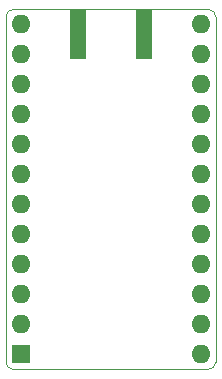
<source format=gbr>
%TF.GenerationSoftware,KiCad,Pcbnew,5.1.5-52549c5~84~ubuntu19.04.1*%
%TF.CreationDate,2020-02-22T14:45:51+00:00*%
%TF.ProjectId,ProMicro_SX1276,50726f4d-6963-4726-9f5f-535831323736,v1.0*%
%TF.SameCoordinates,Original*%
%TF.FileFunction,Soldermask,Bot*%
%TF.FilePolarity,Negative*%
%FSLAX45Y45*%
G04 Gerber Fmt 4.5, Leading zero omitted, Abs format (unit mm)*
G04 Created by KiCad (PCBNEW 5.1.5-52549c5~84~ubuntu19.04.1) date 2020-02-22 14:45:51*
%MOMM*%
%LPD*%
G04 APERTURE LIST*
%ADD10C,0.100000*%
%ADD11R,1.350000X4.200000*%
%ADD12O,1.600000X1.600000*%
%ADD13R,1.600000X1.600000*%
G04 APERTURE END LIST*
D10*
X18923000Y-8826500D02*
G75*
G02X18986500Y-8763000I63500J0D01*
G01*
X20637500Y-8763000D02*
G75*
G02X20701000Y-8826500I0J-63500D01*
G01*
X18986500Y-8763000D02*
X20637500Y-8763000D01*
X20701000Y-11747500D02*
G75*
G02X20637500Y-11811000I-63500J0D01*
G01*
X18986500Y-11811000D02*
G75*
G02X18923000Y-11747500I0J63500D01*
G01*
X18923000Y-11747500D02*
X18923000Y-8826500D01*
X20637500Y-11811000D02*
X18986500Y-11811000D01*
X20701000Y-8826500D02*
X20701000Y-11747500D01*
D11*
X19529500Y-8973500D03*
X20094500Y-8973500D03*
D12*
X20574000Y-11684000D03*
X20574000Y-11430000D03*
X20574000Y-11176000D03*
X19050000Y-8890000D03*
X20574000Y-10922000D03*
X19050000Y-9144000D03*
X20574000Y-10668000D03*
X19050000Y-9398000D03*
X20574000Y-10414000D03*
X19050000Y-9652000D03*
X20574000Y-10160000D03*
X19050000Y-9906000D03*
X20574000Y-9906000D03*
X19050000Y-10160000D03*
X20574000Y-9652000D03*
X19050000Y-10414000D03*
X20574000Y-9398000D03*
X19050000Y-10668000D03*
X20574000Y-9144000D03*
X19050000Y-10922000D03*
X20574000Y-8890000D03*
X19050000Y-11176000D03*
X19050000Y-11430000D03*
D13*
X19050000Y-11684000D03*
M02*

</source>
